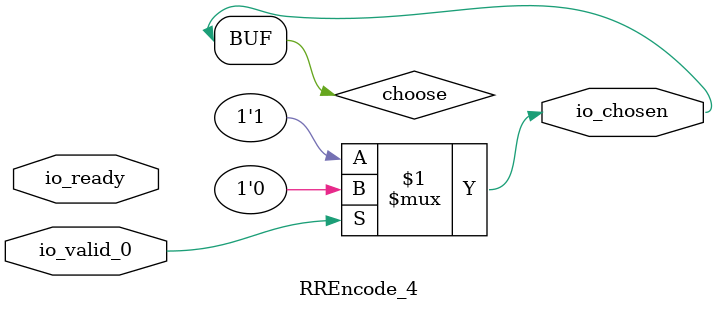
<source format=v>
module RREncode_4(
    input  io_valid_0,
    output io_chosen,
    input  io_ready);
  wire choose;
  assign io_chosen = choose;
  assign choose = io_valid_0 ? 1'h0 : 1'h1;
endmodule
</source>
